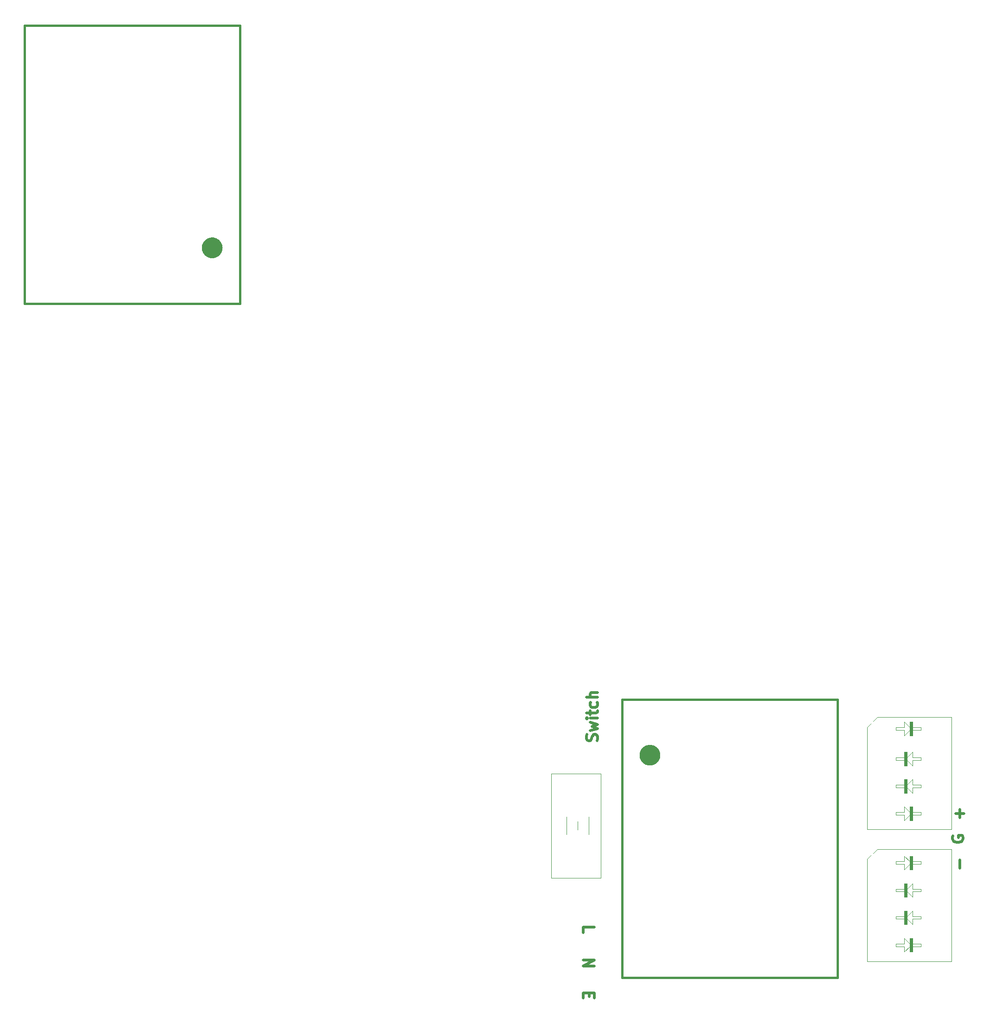
<source format=gto>
G04 #@! TF.GenerationSoftware,KiCad,Pcbnew,(5.1.9)-1*
G04 #@! TF.CreationDate,2021-04-04T23:11:42-07:00*
G04 #@! TF.ProjectId,vsps_power,76737073-5f70-46f7-9765-722e6b696361,rev?*
G04 #@! TF.SameCoordinates,Original*
G04 #@! TF.FileFunction,Legend,Top*
G04 #@! TF.FilePolarity,Positive*
%FSLAX46Y46*%
G04 Gerber Fmt 4.6, Leading zero omitted, Abs format (unit mm)*
G04 Created by KiCad (PCBNEW (5.1.9)-1) date 2021-04-04 23:11:42*
%MOMM*%
%LPD*%
G01*
G04 APERTURE LIST*
%ADD10C,0.500000*%
%ADD11C,0.120000*%
%ADD12C,0.100000*%
%ADD13C,3.810000*%
%ADD14C,0.381000*%
G04 APERTURE END LIST*
D10*
X70309523Y-84928571D02*
X70404761Y-84642857D01*
X70404761Y-84166666D01*
X70309523Y-83976190D01*
X70214285Y-83880952D01*
X70023809Y-83785714D01*
X69833333Y-83785714D01*
X69642857Y-83880952D01*
X69547619Y-83976190D01*
X69452380Y-84166666D01*
X69357142Y-84547619D01*
X69261904Y-84738095D01*
X69166666Y-84833333D01*
X68976190Y-84928571D01*
X68785714Y-84928571D01*
X68595238Y-84833333D01*
X68500000Y-84738095D01*
X68404761Y-84547619D01*
X68404761Y-84071428D01*
X68500000Y-83785714D01*
X69071428Y-83119047D02*
X70404761Y-82738095D01*
X69452380Y-82357142D01*
X70404761Y-81976190D01*
X69071428Y-81595238D01*
X70404761Y-80833333D02*
X69071428Y-80833333D01*
X68404761Y-80833333D02*
X68500000Y-80928571D01*
X68595238Y-80833333D01*
X68500000Y-80738095D01*
X68404761Y-80833333D01*
X68595238Y-80833333D01*
X69071428Y-80166666D02*
X69071428Y-79404761D01*
X68404761Y-79880952D02*
X70119047Y-79880952D01*
X70309523Y-79785714D01*
X70404761Y-79595238D01*
X70404761Y-79404761D01*
X70309523Y-77880952D02*
X70404761Y-78071428D01*
X70404761Y-78452380D01*
X70309523Y-78642857D01*
X70214285Y-78738095D01*
X70023809Y-78833333D01*
X69452380Y-78833333D01*
X69261904Y-78738095D01*
X69166666Y-78642857D01*
X69071428Y-78452380D01*
X69071428Y-78071428D01*
X69166666Y-77880952D01*
X70404761Y-77023809D02*
X68404761Y-77023809D01*
X70404761Y-76166666D02*
X69357142Y-76166666D01*
X69166666Y-76261904D01*
X69071428Y-76452380D01*
X69071428Y-76738095D01*
X69166666Y-76928571D01*
X69261904Y-77023809D01*
D11*
X125000000Y-112000000D02*
X126500000Y-112000000D01*
X128000000Y-112000000D02*
X128000000Y-111000000D01*
X128000000Y-111000000D02*
X127000000Y-112000000D01*
X126500000Y-112500000D02*
X125000000Y-112500000D01*
X127000000Y-112000000D02*
X127000000Y-112500000D01*
X127000000Y-112500000D02*
X128000000Y-113500000D01*
X125000000Y-112500000D02*
X125000000Y-112000000D01*
X129500000Y-112500000D02*
X129500000Y-112000000D01*
X128000000Y-112500000D02*
X129500000Y-112500000D01*
D12*
G36*
X127000000Y-113500000D02*
G01*
X126500000Y-113500000D01*
X126500000Y-111000000D01*
X127000000Y-111000000D01*
X127000000Y-113500000D01*
G37*
X127000000Y-113500000D02*
X126500000Y-113500000D01*
X126500000Y-111000000D01*
X127000000Y-111000000D01*
X127000000Y-113500000D01*
D11*
X129500000Y-112000000D02*
X128000000Y-112000000D01*
X126500000Y-112000000D02*
X126500000Y-112500000D01*
X128000000Y-113500000D02*
X128000000Y-112500000D01*
X128000000Y-116000000D02*
X127000000Y-117000000D01*
X126500000Y-117500000D02*
X125000000Y-117500000D01*
X127000000Y-117000000D02*
X127000000Y-117500000D01*
X127000000Y-117500000D02*
X128000000Y-118500000D01*
X129500000Y-117500000D02*
X129500000Y-117000000D01*
X126500000Y-117000000D02*
X126500000Y-117500000D01*
X128000000Y-117000000D02*
X128000000Y-116000000D01*
D12*
G36*
X127000000Y-118500000D02*
G01*
X126500000Y-118500000D01*
X126500000Y-116000000D01*
X127000000Y-116000000D01*
X127000000Y-118500000D01*
G37*
X127000000Y-118500000D02*
X126500000Y-118500000D01*
X126500000Y-116000000D01*
X127000000Y-116000000D01*
X127000000Y-118500000D01*
D11*
X125000000Y-117000000D02*
X126500000Y-117000000D01*
X128000000Y-118500000D02*
X128000000Y-117500000D01*
X129500000Y-117000000D02*
X128000000Y-117000000D01*
X128000000Y-117500000D02*
X129500000Y-117500000D01*
X125000000Y-117500000D02*
X125000000Y-117000000D01*
X125000000Y-122000000D02*
X125000000Y-122500000D01*
X128000000Y-122000000D02*
X129500000Y-122000000D01*
X126500000Y-121000000D02*
X126500000Y-122000000D01*
X125000000Y-122500000D02*
X126500000Y-122500000D01*
X127500000Y-122000000D02*
X126500000Y-121000000D01*
X126500000Y-122000000D02*
X125000000Y-122000000D01*
X128000000Y-122500000D02*
X128000000Y-122000000D01*
X126500000Y-122500000D02*
X126500000Y-123500000D01*
X126500000Y-123500000D02*
X127500000Y-122500000D01*
D12*
G36*
X128000000Y-123500000D02*
G01*
X127500000Y-123500000D01*
X127500000Y-121000000D01*
X128000000Y-121000000D01*
X128000000Y-123500000D01*
G37*
X128000000Y-123500000D02*
X127500000Y-123500000D01*
X127500000Y-121000000D01*
X128000000Y-121000000D01*
X128000000Y-123500000D01*
D11*
X127500000Y-122500000D02*
X127500000Y-122000000D01*
X129500000Y-122000000D02*
X129500000Y-122500000D01*
X129500000Y-122500000D02*
X128000000Y-122500000D01*
X126500000Y-106000000D02*
X126500000Y-107000000D01*
X125000000Y-107500000D02*
X126500000Y-107500000D01*
X125000000Y-107000000D02*
X125000000Y-107500000D01*
X129500000Y-107000000D02*
X129500000Y-107500000D01*
X126500000Y-107500000D02*
X126500000Y-108500000D01*
X128000000Y-107000000D02*
X129500000Y-107000000D01*
X126500000Y-108500000D02*
X127500000Y-107500000D01*
X128000000Y-107500000D02*
X128000000Y-107000000D01*
X127500000Y-107000000D02*
X126500000Y-106000000D01*
X129500000Y-107500000D02*
X128000000Y-107500000D01*
X127500000Y-107500000D02*
X127500000Y-107000000D01*
X126500000Y-107000000D02*
X125000000Y-107000000D01*
D12*
G36*
X128000000Y-108500000D02*
G01*
X127500000Y-108500000D01*
X127500000Y-106000000D01*
X128000000Y-106000000D01*
X128000000Y-108500000D01*
G37*
X128000000Y-108500000D02*
X127500000Y-108500000D01*
X127500000Y-106000000D01*
X128000000Y-106000000D01*
X128000000Y-108500000D01*
D11*
X127000000Y-93500000D02*
X128000000Y-94500000D01*
X129500000Y-93500000D02*
X129500000Y-93000000D01*
X129500000Y-93000000D02*
X128000000Y-93000000D01*
X128000000Y-94500000D02*
X128000000Y-93500000D01*
X126500000Y-93500000D02*
X125000000Y-93500000D01*
D12*
G36*
X127000000Y-94500000D02*
G01*
X126500000Y-94500000D01*
X126500000Y-92000000D01*
X127000000Y-92000000D01*
X127000000Y-94500000D01*
G37*
X127000000Y-94500000D02*
X126500000Y-94500000D01*
X126500000Y-92000000D01*
X127000000Y-92000000D01*
X127000000Y-94500000D01*
D11*
X128000000Y-93000000D02*
X128000000Y-92000000D01*
X126500000Y-93000000D02*
X126500000Y-93500000D01*
X128000000Y-93500000D02*
X129500000Y-93500000D01*
X128000000Y-92000000D02*
X127000000Y-93000000D01*
X125000000Y-93000000D02*
X126500000Y-93000000D01*
X125000000Y-93500000D02*
X125000000Y-93000000D01*
X127000000Y-93000000D02*
X127000000Y-93500000D01*
X125000000Y-88500000D02*
X125000000Y-88000000D01*
X126500000Y-88000000D02*
X126500000Y-88500000D01*
X128000000Y-88500000D02*
X129500000Y-88500000D01*
X127000000Y-88000000D02*
X127000000Y-88500000D01*
X127000000Y-88500000D02*
X128000000Y-89500000D01*
X128000000Y-87000000D02*
X127000000Y-88000000D01*
X129500000Y-88500000D02*
X129500000Y-88000000D01*
X126500000Y-88500000D02*
X125000000Y-88500000D01*
X129500000Y-88000000D02*
X128000000Y-88000000D01*
D12*
G36*
X127000000Y-89500000D02*
G01*
X126500000Y-89500000D01*
X126500000Y-87000000D01*
X127000000Y-87000000D01*
X127000000Y-89500000D01*
G37*
X127000000Y-89500000D02*
X126500000Y-89500000D01*
X126500000Y-87000000D01*
X127000000Y-87000000D01*
X127000000Y-89500000D01*
D11*
X128000000Y-89500000D02*
X128000000Y-88500000D01*
X125000000Y-88000000D02*
X126500000Y-88000000D01*
X128000000Y-88000000D02*
X128000000Y-87000000D01*
X126500000Y-81500000D02*
X126500000Y-82500000D01*
X125000000Y-83000000D02*
X126500000Y-83000000D01*
X125000000Y-82500000D02*
X125000000Y-83000000D01*
X129500000Y-82500000D02*
X129500000Y-83000000D01*
X126500000Y-83000000D02*
X126500000Y-84000000D01*
X128000000Y-82500000D02*
X129500000Y-82500000D01*
X126500000Y-84000000D02*
X127500000Y-83000000D01*
X128000000Y-83000000D02*
X128000000Y-82500000D01*
X127500000Y-82500000D02*
X126500000Y-81500000D01*
X129500000Y-83000000D02*
X128000000Y-83000000D01*
X127500000Y-83000000D02*
X127500000Y-82500000D01*
X126500000Y-82500000D02*
X125000000Y-82500000D01*
D12*
G36*
X128000000Y-84000000D02*
G01*
X127500000Y-84000000D01*
X127500000Y-81500000D01*
X128000000Y-81500000D01*
X128000000Y-84000000D01*
G37*
X128000000Y-84000000D02*
X127500000Y-84000000D01*
X127500000Y-81500000D01*
X128000000Y-81500000D01*
X128000000Y-84000000D01*
G36*
X128000000Y-99500000D02*
G01*
X127500000Y-99500000D01*
X127500000Y-97000000D01*
X128000000Y-97000000D01*
X128000000Y-99500000D01*
G37*
X128000000Y-99500000D02*
X127500000Y-99500000D01*
X127500000Y-97000000D01*
X128000000Y-97000000D01*
X128000000Y-99500000D01*
D11*
X128000000Y-98500000D02*
X128000000Y-98000000D01*
X129500000Y-98500000D02*
X128000000Y-98500000D01*
X129500000Y-98000000D02*
X129500000Y-98500000D01*
X128000000Y-98000000D02*
X129500000Y-98000000D01*
X126500000Y-98000000D02*
X125000000Y-98000000D01*
X126500000Y-97000000D02*
X126500000Y-98000000D01*
X127500000Y-98000000D02*
X126500000Y-97000000D01*
X127500000Y-98500000D02*
X127500000Y-98000000D01*
X126500000Y-99500000D02*
X127500000Y-98500000D01*
X126500000Y-98500000D02*
X126500000Y-99500000D01*
X125000000Y-98500000D02*
X126500000Y-98500000D01*
X125000000Y-98000000D02*
X125000000Y-98500000D01*
D10*
X135350000Y-102326190D02*
X135254761Y-102516666D01*
X135254761Y-102802380D01*
X135350000Y-103088095D01*
X135540476Y-103278571D01*
X135730952Y-103373809D01*
X136111904Y-103469047D01*
X136397619Y-103469047D01*
X136778571Y-103373809D01*
X136969047Y-103278571D01*
X137159523Y-103088095D01*
X137254761Y-102802380D01*
X137254761Y-102611904D01*
X137159523Y-102326190D01*
X137064285Y-102230952D01*
X136397619Y-102230952D01*
X136397619Y-102611904D01*
X136642857Y-108261904D02*
X136642857Y-106738095D01*
X136642857Y-99011904D02*
X136642857Y-97488095D01*
X137404761Y-98250000D02*
X135880952Y-98250000D01*
X68892857Y-131021428D02*
X68892857Y-131688095D01*
X67845238Y-131973809D02*
X67845238Y-131021428D01*
X69845238Y-131021428D01*
X69845238Y-131973809D01*
X67845238Y-124978571D02*
X69845238Y-124978571D01*
X67845238Y-126121428D01*
X69845238Y-126121428D01*
X67845238Y-119969047D02*
X67845238Y-119016666D01*
X69845238Y-119016666D01*
D13*
X80002540Y-87580000D02*
G75*
G03*
X80002540Y-87580000I-2540J0D01*
G01*
D14*
X74920000Y-128220000D02*
X74920000Y-77420000D01*
X74920000Y-77420000D02*
X114290000Y-77420000D01*
X114290000Y-77420000D02*
X114290000Y-128220000D01*
X114290000Y-128220000D02*
X74920000Y-128220000D01*
D13*
X2540Y5080000D02*
G75*
G03*
X2540Y5080000I-2540J0D01*
G01*
D14*
X5080000Y45720000D02*
X5080000Y-5080000D01*
X5080000Y-5080000D02*
X-34290000Y-5080000D01*
X-34290000Y-5080000D02*
X-34290000Y45720000D01*
X-34290000Y45720000D02*
X5080000Y45720000D01*
D11*
X119750000Y-125230000D02*
X119750000Y-106550000D01*
X135150000Y-125230000D02*
X119750000Y-125230000D01*
X135150000Y-104750000D02*
X135150000Y-125230000D01*
X121550000Y-104750000D02*
X135150000Y-104750000D01*
X120800000Y-105500000D02*
X121550000Y-104750000D01*
X119750000Y-106550000D02*
X120500000Y-105800000D01*
X119750000Y-101150000D02*
X119750000Y-82470000D01*
X135150000Y-101150000D02*
X119750000Y-101150000D01*
X135150000Y-80670000D02*
X135150000Y-101150000D01*
X121550000Y-80670000D02*
X135150000Y-80670000D01*
X120800000Y-81420000D02*
X121550000Y-80670000D01*
X119750000Y-82470000D02*
X120500000Y-81720000D01*
X68800000Y-98860000D02*
X68800000Y-102060000D01*
X64800000Y-102060000D02*
X64800000Y-98860000D01*
X66800000Y-99710000D02*
X66800000Y-101210000D01*
X71000000Y-110000000D02*
X71000000Y-91000000D01*
X62000000Y-110000000D02*
X71000000Y-110000000D01*
X62000000Y-91000000D02*
X62000000Y-110000000D01*
X71000000Y-91000000D02*
X62000000Y-91000000D01*
M02*

</source>
